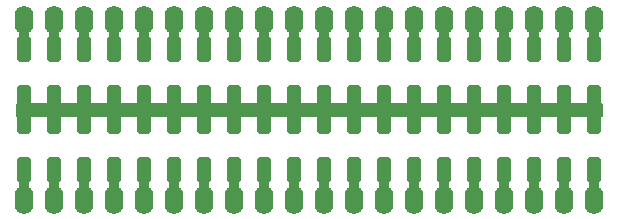
<source format=gbr>
%TF.GenerationSoftware,KiCad,Pcbnew,8.0.4-8.0.4-0~ubuntu24.04.1*%
%TF.CreationDate,2024-08-19T10:46:11-07:00*%
%TF.ProjectId,diode_upgrade,64696f64-655f-4757-9067-726164652e6b,1.0*%
%TF.SameCoordinates,Original*%
%TF.FileFunction,Soldermask,Top*%
%TF.FilePolarity,Negative*%
%FSLAX46Y46*%
G04 Gerber Fmt 4.6, Leading zero omitted, Abs format (unit mm)*
G04 Created by KiCad (PCBNEW 8.0.4-8.0.4-0~ubuntu24.04.1) date 2024-08-19 10:46:11*
%MOMM*%
%LPD*%
G01*
G04 APERTURE LIST*
G04 Aperture macros list*
%AMRoundRect*
0 Rectangle with rounded corners*
0 $1 Rounding radius*
0 $2 $3 $4 $5 $6 $7 $8 $9 X,Y pos of 4 corners*
0 Add a 4 corners polygon primitive as box body*
4,1,4,$2,$3,$4,$5,$6,$7,$8,$9,$2,$3,0*
0 Add four circle primitives for the rounded corners*
1,1,$1+$1,$2,$3*
1,1,$1+$1,$4,$5*
1,1,$1+$1,$6,$7*
1,1,$1+$1,$8,$9*
0 Add four rect primitives between the rounded corners*
20,1,$1+$1,$2,$3,$4,$5,0*
20,1,$1+$1,$4,$5,$6,$7,0*
20,1,$1+$1,$6,$7,$8,$9,0*
20,1,$1+$1,$8,$9,$2,$3,0*%
G04 Aperture macros list end*
%ADD10C,0.200000*%
%ADD11RoundRect,0.300000X-0.300000X0.800000X-0.300000X-0.800000X0.300000X-0.800000X0.300000X0.800000X0*%
%ADD12RoundRect,0.300000X0.300000X-0.800000X0.300000X0.800000X-0.300000X0.800000X-0.300000X-0.800000X0*%
%ADD13C,0.400000*%
%ADD14RoundRect,0.225000X0.225000X-0.400000X0.225000X0.400000X-0.225000X0.400000X-0.225000X-0.400000X0*%
%ADD15O,1.600000X2.400000*%
G04 APERTURE END LIST*
D10*
X37465000Y-37592000D02*
X86995000Y-37592000D01*
X86995000Y-38608000D01*
X37465000Y-38608000D01*
X37465000Y-37592000D01*
G36*
X37465000Y-37592000D02*
G01*
X86995000Y-37592000D01*
X86995000Y-38608000D01*
X37465000Y-38608000D01*
X37465000Y-37592000D01*
G37*
D11*
%TO.C,D40*%
X38100000Y-37102000D03*
X38100000Y-33002000D03*
%TD*%
%TO.C,D39*%
X40640000Y-37102000D03*
X40640000Y-33002000D03*
%TD*%
%TO.C,D38*%
X43180000Y-37102000D03*
X43180000Y-33002000D03*
%TD*%
%TO.C,D37*%
X45720000Y-37102000D03*
X45720000Y-33002000D03*
%TD*%
%TO.C,D36*%
X48260000Y-37102000D03*
X48260000Y-33002000D03*
%TD*%
%TO.C,D35*%
X50800000Y-37102000D03*
X50800000Y-33002000D03*
%TD*%
%TO.C,D34*%
X53340000Y-37102000D03*
X53340000Y-33002000D03*
%TD*%
%TO.C,D33*%
X55880000Y-37102000D03*
X55880000Y-33002000D03*
%TD*%
%TO.C,D32*%
X58420000Y-37102000D03*
X58420000Y-33002000D03*
%TD*%
%TO.C,D31*%
X60960000Y-37102000D03*
X60960000Y-33002000D03*
%TD*%
%TO.C,D30*%
X63500000Y-37102000D03*
X63500000Y-33002000D03*
%TD*%
%TO.C,D29*%
X66040000Y-37102000D03*
X66040000Y-33002000D03*
%TD*%
%TO.C,D28*%
X68580000Y-37102000D03*
X68580000Y-33002000D03*
%TD*%
%TO.C,D27*%
X71120000Y-37102000D03*
X71120000Y-33002000D03*
%TD*%
%TO.C,D26*%
X73660000Y-37102000D03*
X73660000Y-33002000D03*
%TD*%
%TO.C,D25*%
X76200000Y-37102000D03*
X76200000Y-33002000D03*
%TD*%
%TO.C,D24*%
X78740000Y-37102000D03*
X78740000Y-33002000D03*
%TD*%
%TO.C,D23*%
X81280000Y-37102000D03*
X81280000Y-33002000D03*
%TD*%
%TO.C,D22*%
X83820000Y-37102000D03*
X83820000Y-33002000D03*
%TD*%
%TO.C,D21*%
X86360000Y-37102000D03*
X86360000Y-33002000D03*
%TD*%
D12*
%TO.C,D20*%
X86360000Y-43198000D03*
X86360000Y-39098000D03*
%TD*%
%TO.C,D19*%
X83820000Y-39098000D03*
X83820000Y-43198000D03*
%TD*%
%TO.C,D18*%
X81280000Y-39098000D03*
X81280000Y-43198000D03*
%TD*%
%TO.C,D17*%
X78740000Y-39098000D03*
X78740000Y-43198000D03*
%TD*%
%TO.C,D16*%
X76200000Y-39098000D03*
X76200000Y-43198000D03*
%TD*%
%TO.C,D15*%
X73660000Y-39098000D03*
X73660000Y-43198000D03*
%TD*%
%TO.C,D14*%
X71120000Y-39098000D03*
X71120000Y-43198000D03*
%TD*%
%TO.C,D13*%
X68580000Y-39098000D03*
X68580000Y-43198000D03*
%TD*%
%TO.C,D12*%
X66040000Y-39098000D03*
X66040000Y-43198000D03*
%TD*%
%TO.C,D11*%
X63500000Y-39098000D03*
X63500000Y-43198000D03*
%TD*%
%TO.C,D10*%
X60960000Y-39098000D03*
X60960000Y-43198000D03*
%TD*%
%TO.C,D9*%
X58420000Y-39098000D03*
X58420000Y-43198000D03*
%TD*%
%TO.C,D8*%
X55880000Y-39098000D03*
X55880000Y-43198000D03*
%TD*%
%TO.C,D7*%
X53340000Y-39098000D03*
X53340000Y-43198000D03*
%TD*%
%TO.C,D6*%
X50800000Y-39098000D03*
X50800000Y-43198000D03*
%TD*%
%TO.C,D5*%
X48260000Y-39098000D03*
X48260000Y-43198000D03*
%TD*%
%TO.C,D4*%
X45720000Y-39098000D03*
X45720000Y-43198000D03*
%TD*%
%TO.C,D3*%
X43180000Y-39098000D03*
X43180000Y-43198000D03*
%TD*%
%TO.C,D2*%
X40640000Y-39098000D03*
X40640000Y-43198000D03*
%TD*%
%TO.C,D1*%
X38100000Y-39098000D03*
X38100000Y-43198000D03*
%TD*%
D13*
%TO.C,SOCKET1*%
X38100000Y-44970000D03*
D14*
X38100000Y-44845000D03*
D13*
X40640000Y-44970000D03*
D14*
X40640000Y-44845000D03*
D13*
X43180000Y-44970000D03*
D14*
X43180000Y-44845000D03*
D13*
X45720000Y-44970000D03*
D14*
X45720000Y-44845000D03*
D13*
X48260000Y-44970000D03*
D14*
X48260000Y-44845000D03*
D13*
X50800000Y-44970000D03*
D14*
X50800000Y-44845000D03*
D13*
X53340000Y-44970000D03*
D14*
X53340000Y-44845000D03*
D13*
X55880000Y-44970000D03*
D14*
X55880000Y-44845000D03*
D13*
X58420000Y-44970000D03*
D14*
X58420000Y-44845000D03*
D13*
X60960000Y-44970000D03*
D14*
X60960000Y-44845000D03*
D13*
X63500000Y-44970000D03*
D14*
X63500000Y-44845000D03*
D13*
X66040000Y-44970000D03*
D14*
X66040000Y-44845000D03*
D13*
X68580000Y-44970000D03*
D14*
X68580000Y-44845000D03*
D13*
X71120000Y-44970000D03*
D14*
X71120000Y-44845000D03*
D13*
X73660000Y-44970000D03*
D14*
X73660000Y-44845000D03*
D13*
X76200000Y-44970000D03*
D14*
X76200000Y-44845000D03*
D13*
X78740000Y-44970000D03*
D14*
X78740000Y-44845000D03*
D13*
X81280000Y-44970000D03*
D14*
X81280000Y-44845000D03*
D13*
X83820000Y-44970000D03*
D14*
X83820000Y-44845000D03*
D13*
X86360000Y-44970000D03*
D14*
X86360000Y-44845000D03*
X86360000Y-31355000D03*
D13*
X86360000Y-31230000D03*
D14*
X83820000Y-31355000D03*
D13*
X83820000Y-31230000D03*
D14*
X81280000Y-31355000D03*
D13*
X81280000Y-31230000D03*
D14*
X78740000Y-31355000D03*
D13*
X78740000Y-31230000D03*
D14*
X76200000Y-31355000D03*
D13*
X76200000Y-31230000D03*
D14*
X73660000Y-31355000D03*
D13*
X73660000Y-31230000D03*
D14*
X71120000Y-31355000D03*
D13*
X71120000Y-31230000D03*
D14*
X68580000Y-31355000D03*
D13*
X68580000Y-31230000D03*
D14*
X66040000Y-31355000D03*
D13*
X66040000Y-31230000D03*
D14*
X63500000Y-31355000D03*
D13*
X63500000Y-31230000D03*
D14*
X60960000Y-31355000D03*
D13*
X60960000Y-31230000D03*
D14*
X58420000Y-31355000D03*
D13*
X58420000Y-31230000D03*
D14*
X55880000Y-31355000D03*
D13*
X55880000Y-31230000D03*
D14*
X53340000Y-31355000D03*
D13*
X53340000Y-31230000D03*
D14*
X50800000Y-31355000D03*
D13*
X50800000Y-31230000D03*
D14*
X48260000Y-31355000D03*
D13*
X48260000Y-31230000D03*
D14*
X45720000Y-31355000D03*
D13*
X45720000Y-31230000D03*
D14*
X43180000Y-31355000D03*
D13*
X43180000Y-31230000D03*
D14*
X40640000Y-31355000D03*
D13*
X40640000Y-31230000D03*
D14*
X38100000Y-31355000D03*
D13*
X38100000Y-31230000D03*
%TD*%
D15*
%TO.C,SOCKET2*%
X38105000Y-45725000D03*
X40645000Y-45725000D03*
X43185000Y-45725000D03*
X45725000Y-45725000D03*
X48265000Y-45725000D03*
X50805000Y-45725000D03*
X53345000Y-45725000D03*
X55885000Y-45725000D03*
X58425000Y-45725000D03*
X60965000Y-45725000D03*
X63505000Y-45725000D03*
X66045000Y-45725000D03*
X68585000Y-45725000D03*
X71125000Y-45725000D03*
X73665000Y-45725000D03*
X76205000Y-45725000D03*
X78745000Y-45725000D03*
X81285000Y-45725000D03*
X83825000Y-45725000D03*
X86365000Y-45725000D03*
X86365000Y-30485000D03*
X83825000Y-30485000D03*
X81285000Y-30485000D03*
X78745000Y-30485000D03*
X76205000Y-30485000D03*
X73665000Y-30485000D03*
X71125000Y-30485000D03*
X68585000Y-30485000D03*
X66045000Y-30485000D03*
X63505000Y-30485000D03*
X60965000Y-30485000D03*
X58425000Y-30485000D03*
X55885000Y-30485000D03*
X53345000Y-30485000D03*
X50805000Y-30485000D03*
X48265000Y-30485000D03*
X45725000Y-30485000D03*
X43185000Y-30485000D03*
X40645000Y-30485000D03*
X38105000Y-30485000D03*
%TD*%
M02*

</source>
